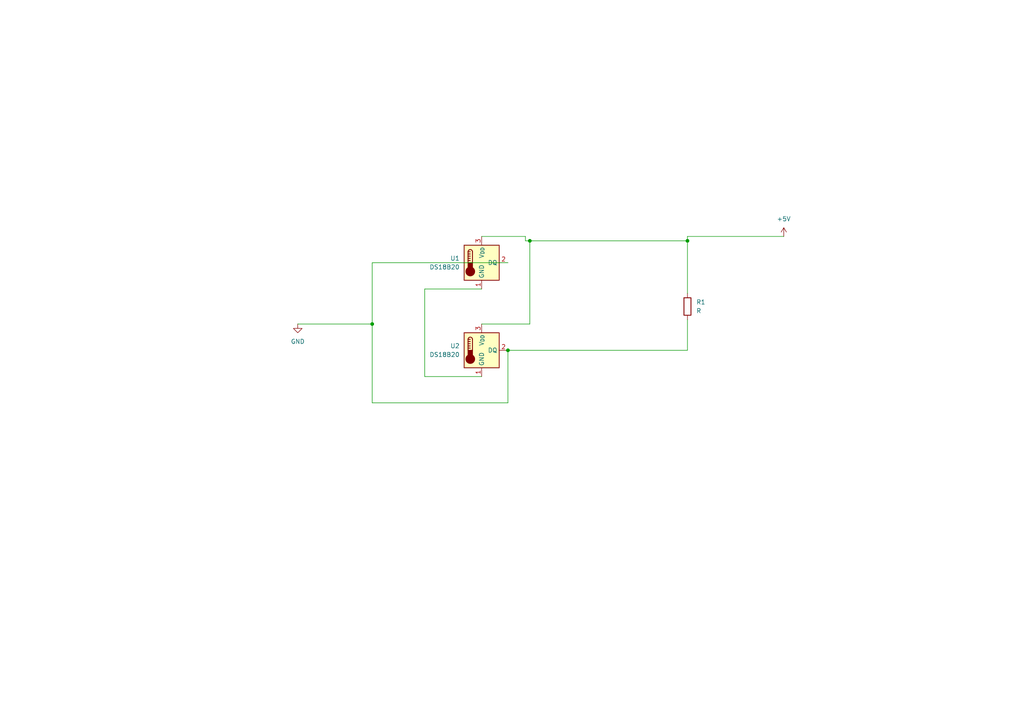
<source format=kicad_sch>
(kicad_sch (version 20231120) (generator "eeschema") (generator_version "8.0")
  (paper "A4")
  (lib_symbols
    (symbol "Device:R" (pin_numbers hide) (pin_names (offset 0))
      (property "Reference" "R" (at 2.032 0 90))
      (property "Value" "R" (at 0 0 90))
      (symbol "R_0_1"
        (rectangle (start -1.016 -2.54) (end 1.016 2.54) (stroke (width 0.254)))
      )
      (symbol "R_1_1"
        (pin passive line (at 0 3.81 270) (length 1.27) (name "~") (number "1"))
        (pin passive line (at 0 -3.81 90) (length 1.27) (name "~") (number "2"))
      )
    )
    (symbol "Sensor_Temperature:DS18B20"
      (property "Reference" "U" (at -3.81 6.35 0))
      (property "Value" "DS18B20" (at 6.35 6.35 0))
      (symbol "DS18B20_0_1"
        (rectangle (start -5.08 5.08) (end 5.08 -5.08) (stroke (width 0.254)) (fill (type background)))
        (circle (center -3.302 -2.54) (radius 1.27) (stroke (width 0.254)) (fill (type outline)))
        (rectangle (start -2.667 -1.905) (end -3.937 0) (stroke (width 0.254)) (fill (type outline)))
        (arc (start -2.667 3.175) (mid -3.302 3.8073) (end -3.937 3.175) (stroke (width 0.254)))
        (polyline (pts (xy -3.937 0.635) (xy -3.302 0.635)) (stroke (width 0.254)))
        (polyline (pts (xy -3.937 1.27) (xy -3.302 1.27)) (stroke (width 0.254)))
        (polyline (pts (xy -3.937 1.905) (xy -3.302 1.905)) (stroke (width 0.254)))
        (polyline (pts (xy -3.937 2.54) (xy -3.302 2.54)) (stroke (width 0.254)))
        (polyline (pts (xy -3.937 3.175) (xy -3.937 0)) (stroke (width 0.254)))
        (polyline (pts (xy -3.937 3.175) (xy -3.302 3.175)) (stroke (width 0.254)))
        (polyline (pts (xy -2.667 3.175) (xy -2.667 0)) (stroke (width 0.254)))
      )
      (symbol "DS18B20_1_1"
        (pin power_in line (at 0 -7.62 90) (length 2.54) (name "GND") (number "1"))
        (pin bidirectional line (at 7.62 0 180) (length 2.54) (name "DQ") (number "2"))
        (pin power_in line (at 0 7.62 270) (length 2.54) (name "V_{DD}") (number "3"))
      )
    )
    (symbol "power:+5V" (power) (pin_numbers hide) (pin_names (offset 0) hide)
      (property "Value" "+5V" (at 0 3.556 0))
      (symbol "+5V_0_1"
        (polyline (pts (xy -0.762 1.27) (xy 0 2.54)))
        (polyline (pts (xy 0 0) (xy 0 2.54)))
        (polyline (pts (xy 0 2.54) (xy 0.762 1.27)))
      )
      (symbol "+5V_1_1"
        (pin power_in line (at 0 0 90) (length 0) (name "~") (number "1"))
      )
    )
    (symbol "power:GND" (power) (pin_numbers hide) (pin_names (offset 0) hide)
      (property "Value" "GND" (at 0 -3.81 0))
      (symbol "GND_0_1"
        (polyline (pts (xy 0 0) (xy 0 -1.27) (xy 1.27 -1.27) (xy 0 -2.54) (xy -1.27 -1.27) (xy 0 -1.27)))
      )
      (symbol "GND_1_1"
        (pin power_in line (at 0 0 270) (length 0) (name "~") (number "1"))
      )
    )
  )
  (junction (at 153.67 69.85))
  (junction (at 107.95 93.98))
  (junction (at 147.32 101.6))
  (junction (at 199.39 69.85))
  (wire (pts (xy 152.4 69.85) (xy 153.67 69.85)))
  (wire (pts (xy 199.39 69.85) (xy 199.39 85.09)))
  (wire (pts (xy 107.95 116.84) (xy 147.32 116.84)))
  (wire (pts (xy 107.95 76.2) (xy 147.32 76.2)))
  (wire (pts (xy 153.67 93.98) (xy 153.67 69.85)))
  (wire (pts (xy 123.19 109.22) (xy 123.19 83.82)))
  (wire (pts (xy 139.7 93.98) (xy 153.67 93.98)))
  (wire (pts (xy 199.39 92.71) (xy 199.39 101.6)))
  (wire (pts (xy 153.67 69.85) (xy 199.39 69.85)))
  (wire (pts (xy 86.36 93.98) (xy 107.95 93.98)))
  (wire (pts (xy 152.4 68.58) (xy 152.4 69.85)))
  (wire (pts (xy 227.33 68.58) (xy 199.39 68.58)))
  (wire (pts (xy 147.32 116.84) (xy 147.32 101.6)))
  (wire (pts (xy 139.7 109.22) (xy 123.19 109.22)))
  (wire (pts (xy 107.95 76.2) (xy 107.95 93.98)))
  (wire (pts (xy 123.19 83.82) (xy 139.7 83.82)))
  (wire (pts (xy 107.95 93.98) (xy 107.95 116.84)))
  (wire (pts (xy 199.39 68.58) (xy 199.39 69.85)))
  (wire (pts (xy 147.32 101.6) (xy 199.39 101.6)))
  (wire (pts (xy 139.7 68.58) (xy 152.4 68.58)))
  (symbol (lib_id "Sensor_Temperature:DS18B20") (at 139.7 101.6 0) (unit 1)
    (property "Reference" "U2" (at 133.35 100.3299 0) (effects (justify right)))
    (property "Value" "DS18B20" (at 133.35 102.8699 0) (effects (justify right)))
    (property "Footprint" "Package_TO_SOT_THT:TO-92_Inline" (effects (hide yes)))
    (property "Datasheet" "http://datasheets.maximintegrated.com/en/ds/DS18B20.pdf" (effects (hide yes)))
    (property "Description" "Programmable Resolution 1-Wire Digital Thermometer TO-92" (effects (hide yes)))
  )
  (symbol (lib_id "power:+5V") (at 227.33 68.58 0) (unit 1)
    (property "Reference" "#PWR01" (effects (hide yes)))
    (property "Value" "+5V" (at 227.33 63.5 0))
    (property "Description" "Power symbol creates a global label with name \"+5V\"" (effects (hide yes)))
  )
  (symbol (lib_id "power:GND") (at 86.36 93.98 0) (unit 1)
    (property "Reference" "#PWR02" (effects (hide yes)))
    (property "Value" "GND" (at 86.36 99.06 0))
    (property "Description" "Power symbol creates a global label with name \"GND\" , ground" (effects (hide yes)))
  )
  (symbol (lib_id "Sensor_Temperature:DS18B20") (at 139.7 76.2 0) (unit 1)
    (property "Reference" "U1" (at 133.35 74.9299 0) (effects (justify right)))
    (property "Value" "DS18B20" (at 133.35 77.4699 0) (effects (justify right)))
    (property "Footprint" "Package_TO_SOT_THT:TO-92_Inline" (effects (hide yes)))
    (property "Datasheet" "http://datasheets.maximintegrated.com/en/ds/DS18B20.pdf" (effects (hide yes)))
    (property "Description" "Programmable Resolution 1-Wire Digital Thermometer TO-92" (effects (hide yes)))
  )
  (symbol (lib_id "Device:R") (at 199.39 88.9 0) (unit 1)
    (property "Reference" "R1" (at 201.93 87.6299 0) (effects (justify left)))
    (property "Value" "R" (at 201.93 90.1699 0) (effects (justify left)))
    (property "Description" "Resistor" (effects (hide yes)))
  )
)
</source>
